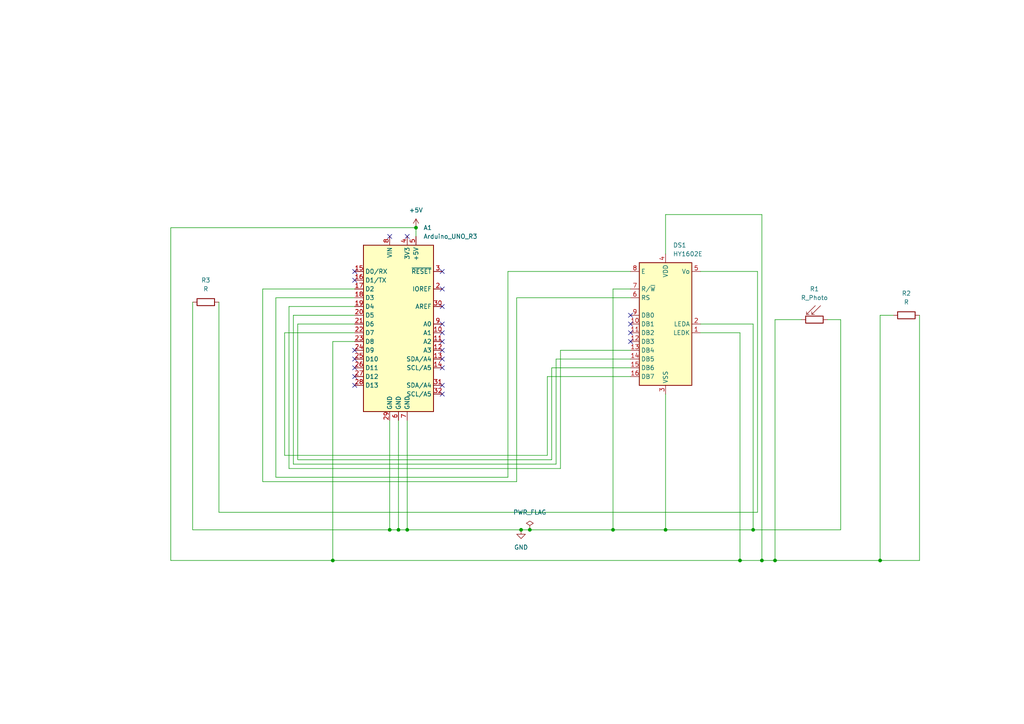
<source format=kicad_sch>
(kicad_sch
	(version 20250114)
	(generator "eeschema")
	(generator_version "9.0")
	(uuid "c9ccdabd-fd25-43fe-a39e-35c1ac0569c5")
	(paper "A4")
	(lib_symbols
		(symbol "Device:R"
			(pin_numbers
				(hide yes)
			)
			(pin_names
				(offset 0)
			)
			(exclude_from_sim no)
			(in_bom yes)
			(on_board yes)
			(property "Reference" "R"
				(at 2.032 0 90)
				(effects
					(font
						(size 1.27 1.27)
					)
				)
			)
			(property "Value" "R"
				(at 0 0 90)
				(effects
					(font
						(size 1.27 1.27)
					)
				)
			)
			(property "Footprint" ""
				(at -1.778 0 90)
				(effects
					(font
						(size 1.27 1.27)
					)
					(hide yes)
				)
			)
			(property "Datasheet" "~"
				(at 0 0 0)
				(effects
					(font
						(size 1.27 1.27)
					)
					(hide yes)
				)
			)
			(property "Description" "Resistor"
				(at 0 0 0)
				(effects
					(font
						(size 1.27 1.27)
					)
					(hide yes)
				)
			)
			(property "ki_keywords" "R res resistor"
				(at 0 0 0)
				(effects
					(font
						(size 1.27 1.27)
					)
					(hide yes)
				)
			)
			(property "ki_fp_filters" "R_*"
				(at 0 0 0)
				(effects
					(font
						(size 1.27 1.27)
					)
					(hide yes)
				)
			)
			(symbol "R_0_1"
				(rectangle
					(start -1.016 -2.54)
					(end 1.016 2.54)
					(stroke
						(width 0.254)
						(type default)
					)
					(fill
						(type none)
					)
				)
			)
			(symbol "R_1_1"
				(pin passive line
					(at 0 3.81 270)
					(length 1.27)
					(name "~"
						(effects
							(font
								(size 1.27 1.27)
							)
						)
					)
					(number "1"
						(effects
							(font
								(size 1.27 1.27)
							)
						)
					)
				)
				(pin passive line
					(at 0 -3.81 90)
					(length 1.27)
					(name "~"
						(effects
							(font
								(size 1.27 1.27)
							)
						)
					)
					(number "2"
						(effects
							(font
								(size 1.27 1.27)
							)
						)
					)
				)
			)
			(embedded_fonts no)
		)
		(symbol "Device:R_Photo"
			(pin_numbers
				(hide yes)
			)
			(pin_names
				(offset 0)
			)
			(exclude_from_sim no)
			(in_bom yes)
			(on_board yes)
			(property "Reference" "R"
				(at 1.27 1.27 0)
				(effects
					(font
						(size 1.27 1.27)
					)
					(justify left)
				)
			)
			(property "Value" "R_Photo"
				(at 1.27 0 0)
				(effects
					(font
						(size 1.27 1.27)
					)
					(justify left top)
				)
			)
			(property "Footprint" ""
				(at 1.27 -6.35 90)
				(effects
					(font
						(size 1.27 1.27)
					)
					(justify left)
					(hide yes)
				)
			)
			(property "Datasheet" "~"
				(at 0 -1.27 0)
				(effects
					(font
						(size 1.27 1.27)
					)
					(hide yes)
				)
			)
			(property "Description" "Photoresistor"
				(at 0 0 0)
				(effects
					(font
						(size 1.27 1.27)
					)
					(hide yes)
				)
			)
			(property "ki_keywords" "resistor variable light sensitive opto LDR"
				(at 0 0 0)
				(effects
					(font
						(size 1.27 1.27)
					)
					(hide yes)
				)
			)
			(property "ki_fp_filters" "*LDR* R?LDR*"
				(at 0 0 0)
				(effects
					(font
						(size 1.27 1.27)
					)
					(hide yes)
				)
			)
			(symbol "R_Photo_0_1"
				(polyline
					(pts
						(xy -1.524 -0.762) (xy -4.064 1.778)
					)
					(stroke
						(width 0)
						(type default)
					)
					(fill
						(type none)
					)
				)
				(polyline
					(pts
						(xy -1.524 -0.762) (xy -2.286 -0.762)
					)
					(stroke
						(width 0)
						(type default)
					)
					(fill
						(type none)
					)
				)
				(polyline
					(pts
						(xy -1.524 -0.762) (xy -1.524 0)
					)
					(stroke
						(width 0)
						(type default)
					)
					(fill
						(type none)
					)
				)
				(polyline
					(pts
						(xy -1.524 -2.286) (xy -4.064 0.254)
					)
					(stroke
						(width 0)
						(type default)
					)
					(fill
						(type none)
					)
				)
				(polyline
					(pts
						(xy -1.524 -2.286) (xy -2.286 -2.286)
					)
					(stroke
						(width 0)
						(type default)
					)
					(fill
						(type none)
					)
				)
				(polyline
					(pts
						(xy -1.524 -2.286) (xy -1.524 -1.524)
					)
					(stroke
						(width 0)
						(type default)
					)
					(fill
						(type none)
					)
				)
				(rectangle
					(start -1.016 2.54)
					(end 1.016 -2.54)
					(stroke
						(width 0.254)
						(type default)
					)
					(fill
						(type none)
					)
				)
			)
			(symbol "R_Photo_1_1"
				(pin passive line
					(at 0 3.81 270)
					(length 1.27)
					(name "~"
						(effects
							(font
								(size 1.27 1.27)
							)
						)
					)
					(number "1"
						(effects
							(font
								(size 1.27 1.27)
							)
						)
					)
				)
				(pin passive line
					(at 0 -3.81 90)
					(length 1.27)
					(name "~"
						(effects
							(font
								(size 1.27 1.27)
							)
						)
					)
					(number "2"
						(effects
							(font
								(size 1.27 1.27)
							)
						)
					)
				)
			)
			(embedded_fonts no)
		)
		(symbol "Display_Character:HY1602E"
			(exclude_from_sim no)
			(in_bom yes)
			(on_board yes)
			(property "Reference" "DS"
				(at -6.096 19.05 0)
				(effects
					(font
						(size 1.27 1.27)
					)
				)
			)
			(property "Value" "HY1602E"
				(at 5.08 19.05 0)
				(effects
					(font
						(size 1.27 1.27)
					)
				)
			)
			(property "Footprint" "Display:HY1602E"
				(at 0 -22.86 0)
				(effects
					(font
						(size 1.27 1.27)
						(italic yes)
					)
					(hide yes)
				)
			)
			(property "Datasheet" "http://www.icbank.com/data/ICBShop/board/HY1602E.pdf"
				(at 5.08 2.54 0)
				(effects
					(font
						(size 1.27 1.27)
					)
					(hide yes)
				)
			)
			(property "Description" "LCD 16x2 Alphanumeric 16pin Blue/Yellow/Green Backlight, 8bit parallel, 5V VDD"
				(at 0 0 0)
				(effects
					(font
						(size 1.27 1.27)
					)
					(hide yes)
				)
			)
			(property "ki_keywords" "display LCD 7-segment"
				(at 0 0 0)
				(effects
					(font
						(size 1.27 1.27)
					)
					(hide yes)
				)
			)
			(property "ki_fp_filters" "*HY1602E*"
				(at 0 0 0)
				(effects
					(font
						(size 1.27 1.27)
					)
					(hide yes)
				)
			)
			(symbol "HY1602E_0_1"
				(rectangle
					(start -7.62 17.78)
					(end 7.62 -17.78)
					(stroke
						(width 0.254)
						(type default)
					)
					(fill
						(type background)
					)
				)
			)
			(symbol "HY1602E_1_1"
				(pin input line
					(at -10.16 15.24 0)
					(length 2.54)
					(name "E"
						(effects
							(font
								(size 1.27 1.27)
							)
						)
					)
					(number "8"
						(effects
							(font
								(size 1.27 1.27)
							)
						)
					)
				)
				(pin input line
					(at -10.16 10.16 0)
					(length 2.54)
					(name "R/~{W}"
						(effects
							(font
								(size 1.27 1.27)
							)
						)
					)
					(number "7"
						(effects
							(font
								(size 1.27 1.27)
							)
						)
					)
				)
				(pin input line
					(at -10.16 7.62 0)
					(length 2.54)
					(name "RS"
						(effects
							(font
								(size 1.27 1.27)
							)
						)
					)
					(number "6"
						(effects
							(font
								(size 1.27 1.27)
							)
						)
					)
				)
				(pin bidirectional line
					(at -10.16 2.54 0)
					(length 2.54)
					(name "DB0"
						(effects
							(font
								(size 1.27 1.27)
							)
						)
					)
					(number "9"
						(effects
							(font
								(size 1.27 1.27)
							)
						)
					)
				)
				(pin bidirectional line
					(at -10.16 0 0)
					(length 2.54)
					(name "DB1"
						(effects
							(font
								(size 1.27 1.27)
							)
						)
					)
					(number "10"
						(effects
							(font
								(size 1.27 1.27)
							)
						)
					)
				)
				(pin bidirectional line
					(at -10.16 -2.54 0)
					(length 2.54)
					(name "DB2"
						(effects
							(font
								(size 1.27 1.27)
							)
						)
					)
					(number "11"
						(effects
							(font
								(size 1.27 1.27)
							)
						)
					)
				)
				(pin bidirectional line
					(at -10.16 -5.08 0)
					(length 2.54)
					(name "DB3"
						(effects
							(font
								(size 1.27 1.27)
							)
						)
					)
					(number "12"
						(effects
							(font
								(size 1.27 1.27)
							)
						)
					)
				)
				(pin bidirectional line
					(at -10.16 -7.62 0)
					(length 2.54)
					(name "DB4"
						(effects
							(font
								(size 1.27 1.27)
							)
						)
					)
					(number "13"
						(effects
							(font
								(size 1.27 1.27)
							)
						)
					)
				)
				(pin bidirectional line
					(at -10.16 -10.16 0)
					(length 2.54)
					(name "DB5"
						(effects
							(font
								(size 1.27 1.27)
							)
						)
					)
					(number "14"
						(effects
							(font
								(size 1.27 1.27)
							)
						)
					)
				)
				(pin bidirectional line
					(at -10.16 -12.7 0)
					(length 2.54)
					(name "DB6"
						(effects
							(font
								(size 1.27 1.27)
							)
						)
					)
					(number "15"
						(effects
							(font
								(size 1.27 1.27)
							)
						)
					)
				)
				(pin bidirectional line
					(at -10.16 -15.24 0)
					(length 2.54)
					(name "DB7"
						(effects
							(font
								(size 1.27 1.27)
							)
						)
					)
					(number "16"
						(effects
							(font
								(size 1.27 1.27)
							)
						)
					)
				)
				(pin power_in line
					(at 0 20.32 270)
					(length 2.54)
					(name "VDD"
						(effects
							(font
								(size 1.27 1.27)
							)
						)
					)
					(number "4"
						(effects
							(font
								(size 1.27 1.27)
							)
						)
					)
				)
				(pin power_in line
					(at 0 -20.32 90)
					(length 2.54)
					(name "VSS"
						(effects
							(font
								(size 1.27 1.27)
							)
						)
					)
					(number "3"
						(effects
							(font
								(size 1.27 1.27)
							)
						)
					)
				)
				(pin input line
					(at 10.16 15.24 180)
					(length 2.54)
					(name "Vo"
						(effects
							(font
								(size 1.27 1.27)
							)
						)
					)
					(number "5"
						(effects
							(font
								(size 1.27 1.27)
							)
						)
					)
				)
				(pin passive line
					(at 10.16 0 180)
					(length 2.54)
					(name "LEDA"
						(effects
							(font
								(size 1.27 1.27)
							)
						)
					)
					(number "2"
						(effects
							(font
								(size 1.27 1.27)
							)
						)
					)
				)
				(pin passive line
					(at 10.16 -2.54 180)
					(length 2.54)
					(name "LEDK"
						(effects
							(font
								(size 1.27 1.27)
							)
						)
					)
					(number "1"
						(effects
							(font
								(size 1.27 1.27)
							)
						)
					)
				)
			)
			(embedded_fonts no)
		)
		(symbol "MCU_Module:Arduino_UNO_R3"
			(exclude_from_sim no)
			(in_bom yes)
			(on_board yes)
			(property "Reference" "A"
				(at -10.16 23.495 0)
				(effects
					(font
						(size 1.27 1.27)
					)
					(justify left bottom)
				)
			)
			(property "Value" "Arduino_UNO_R3"
				(at 5.08 -26.67 0)
				(effects
					(font
						(size 1.27 1.27)
					)
					(justify left top)
				)
			)
			(property "Footprint" "Module:Arduino_UNO_R3"
				(at 0 0 0)
				(effects
					(font
						(size 1.27 1.27)
						(italic yes)
					)
					(hide yes)
				)
			)
			(property "Datasheet" "https://www.arduino.cc/en/Main/arduinoBoardUno"
				(at 0 0 0)
				(effects
					(font
						(size 1.27 1.27)
					)
					(hide yes)
				)
			)
			(property "Description" "Arduino UNO Microcontroller Module, release 3"
				(at 0 0 0)
				(effects
					(font
						(size 1.27 1.27)
					)
					(hide yes)
				)
			)
			(property "ki_keywords" "Arduino UNO R3 Microcontroller Module Atmel AVR USB"
				(at 0 0 0)
				(effects
					(font
						(size 1.27 1.27)
					)
					(hide yes)
				)
			)
			(property "ki_fp_filters" "Arduino*UNO*R3*"
				(at 0 0 0)
				(effects
					(font
						(size 1.27 1.27)
					)
					(hide yes)
				)
			)
			(symbol "Arduino_UNO_R3_0_1"
				(rectangle
					(start -10.16 22.86)
					(end 10.16 -25.4)
					(stroke
						(width 0.254)
						(type default)
					)
					(fill
						(type background)
					)
				)
			)
			(symbol "Arduino_UNO_R3_1_1"
				(pin bidirectional line
					(at -12.7 15.24 0)
					(length 2.54)
					(name "D0/RX"
						(effects
							(font
								(size 1.27 1.27)
							)
						)
					)
					(number "15"
						(effects
							(font
								(size 1.27 1.27)
							)
						)
					)
				)
				(pin bidirectional line
					(at -12.7 12.7 0)
					(length 2.54)
					(name "D1/TX"
						(effects
							(font
								(size 1.27 1.27)
							)
						)
					)
					(number "16"
						(effects
							(font
								(size 1.27 1.27)
							)
						)
					)
				)
				(pin bidirectional line
					(at -12.7 10.16 0)
					(length 2.54)
					(name "D2"
						(effects
							(font
								(size 1.27 1.27)
							)
						)
					)
					(number "17"
						(effects
							(font
								(size 1.27 1.27)
							)
						)
					)
				)
				(pin bidirectional line
					(at -12.7 7.62 0)
					(length 2.54)
					(name "D3"
						(effects
							(font
								(size 1.27 1.27)
							)
						)
					)
					(number "18"
						(effects
							(font
								(size 1.27 1.27)
							)
						)
					)
				)
				(pin bidirectional line
					(at -12.7 5.08 0)
					(length 2.54)
					(name "D4"
						(effects
							(font
								(size 1.27 1.27)
							)
						)
					)
					(number "19"
						(effects
							(font
								(size 1.27 1.27)
							)
						)
					)
				)
				(pin bidirectional line
					(at -12.7 2.54 0)
					(length 2.54)
					(name "D5"
						(effects
							(font
								(size 1.27 1.27)
							)
						)
					)
					(number "20"
						(effects
							(font
								(size 1.27 1.27)
							)
						)
					)
				)
				(pin bidirectional line
					(at -12.7 0 0)
					(length 2.54)
					(name "D6"
						(effects
							(font
								(size 1.27 1.27)
							)
						)
					)
					(number "21"
						(effects
							(font
								(size 1.27 1.27)
							)
						)
					)
				)
				(pin bidirectional line
					(at -12.7 -2.54 0)
					(length 2.54)
					(name "D7"
						(effects
							(font
								(size 1.27 1.27)
							)
						)
					)
					(number "22"
						(effects
							(font
								(size 1.27 1.27)
							)
						)
					)
				)
				(pin bidirectional line
					(at -12.7 -5.08 0)
					(length 2.54)
					(name "D8"
						(effects
							(font
								(size 1.27 1.27)
							)
						)
					)
					(number "23"
						(effects
							(font
								(size 1.27 1.27)
							)
						)
					)
				)
				(pin bidirectional line
					(at -12.7 -7.62 0)
					(length 2.54)
					(name "D9"
						(effects
							(font
								(size 1.27 1.27)
							)
						)
					)
					(number "24"
						(effects
							(font
								(size 1.27 1.27)
							)
						)
					)
				)
				(pin bidirectional line
					(at -12.7 -10.16 0)
					(length 2.54)
					(name "D10"
						(effects
							(font
								(size 1.27 1.27)
							)
						)
					)
					(number "25"
						(effects
							(font
								(size 1.27 1.27)
							)
						)
					)
				)
				(pin bidirectional line
					(at -12.7 -12.7 0)
					(length 2.54)
					(name "D11"
						(effects
							(font
								(size 1.27 1.27)
							)
						)
					)
					(number "26"
						(effects
							(font
								(size 1.27 1.27)
							)
						)
					)
				)
				(pin bidirectional line
					(at -12.7 -15.24 0)
					(length 2.54)
					(name "D12"
						(effects
							(font
								(size 1.27 1.27)
							)
						)
					)
					(number "27"
						(effects
							(font
								(size 1.27 1.27)
							)
						)
					)
				)
				(pin bidirectional line
					(at -12.7 -17.78 0)
					(length 2.54)
					(name "D13"
						(effects
							(font
								(size 1.27 1.27)
							)
						)
					)
					(number "28"
						(effects
							(font
								(size 1.27 1.27)
							)
						)
					)
				)
				(pin no_connect line
					(at -10.16 -20.32 0)
					(length 2.54)
					(hide yes)
					(name "NC"
						(effects
							(font
								(size 1.27 1.27)
							)
						)
					)
					(number "1"
						(effects
							(font
								(size 1.27 1.27)
							)
						)
					)
				)
				(pin power_in line
					(at -2.54 25.4 270)
					(length 2.54)
					(name "VIN"
						(effects
							(font
								(size 1.27 1.27)
							)
						)
					)
					(number "8"
						(effects
							(font
								(size 1.27 1.27)
							)
						)
					)
				)
				(pin power_in line
					(at -2.54 -27.94 90)
					(length 2.54)
					(name "GND"
						(effects
							(font
								(size 1.27 1.27)
							)
						)
					)
					(number "29"
						(effects
							(font
								(size 1.27 1.27)
							)
						)
					)
				)
				(pin power_in line
					(at 0 -27.94 90)
					(length 2.54)
					(name "GND"
						(effects
							(font
								(size 1.27 1.27)
							)
						)
					)
					(number "6"
						(effects
							(font
								(size 1.27 1.27)
							)
						)
					)
				)
				(pin power_out line
					(at 2.54 25.4 270)
					(length 2.54)
					(name "3V3"
						(effects
							(font
								(size 1.27 1.27)
							)
						)
					)
					(number "4"
						(effects
							(font
								(size 1.27 1.27)
							)
						)
					)
				)
				(pin power_in line
					(at 2.54 -27.94 90)
					(length 2.54)
					(name "GND"
						(effects
							(font
								(size 1.27 1.27)
							)
						)
					)
					(number "7"
						(effects
							(font
								(size 1.27 1.27)
							)
						)
					)
				)
				(pin power_out line
					(at 5.08 25.4 270)
					(length 2.54)
					(name "+5V"
						(effects
							(font
								(size 1.27 1.27)
							)
						)
					)
					(number "5"
						(effects
							(font
								(size 1.27 1.27)
							)
						)
					)
				)
				(pin input line
					(at 12.7 15.24 180)
					(length 2.54)
					(name "~{RESET}"
						(effects
							(font
								(size 1.27 1.27)
							)
						)
					)
					(number "3"
						(effects
							(font
								(size 1.27 1.27)
							)
						)
					)
				)
				(pin output line
					(at 12.7 10.16 180)
					(length 2.54)
					(name "IOREF"
						(effects
							(font
								(size 1.27 1.27)
							)
						)
					)
					(number "2"
						(effects
							(font
								(size 1.27 1.27)
							)
						)
					)
				)
				(pin input line
					(at 12.7 5.08 180)
					(length 2.54)
					(name "AREF"
						(effects
							(font
								(size 1.27 1.27)
							)
						)
					)
					(number "30"
						(effects
							(font
								(size 1.27 1.27)
							)
						)
					)
				)
				(pin bidirectional line
					(at 12.7 0 180)
					(length 2.54)
					(name "A0"
						(effects
							(font
								(size 1.27 1.27)
							)
						)
					)
					(number "9"
						(effects
							(font
								(size 1.27 1.27)
							)
						)
					)
				)
				(pin bidirectional line
					(at 12.7 -2.54 180)
					(length 2.54)
					(name "A1"
						(effects
							(font
								(size 1.27 1.27)
							)
						)
					)
					(number "10"
						(effects
							(font
								(size 1.27 1.27)
							)
						)
					)
				)
				(pin bidirectional line
					(at 12.7 -5.08 180)
					(length 2.54)
					(name "A2"
						(effects
							(font
								(size 1.27 1.27)
							)
						)
					)
					(number "11"
						(effects
							(font
								(size 1.27 1.27)
							)
						)
					)
				)
				(pin bidirectional line
					(at 12.7 -7.62 180)
					(length 2.54)
					(name "A3"
						(effects
							(font
								(size 1.27 1.27)
							)
						)
					)
					(number "12"
						(effects
							(font
								(size 1.27 1.27)
							)
						)
					)
				)
				(pin bidirectional line
					(at 12.7 -10.16 180)
					(length 2.54)
					(name "SDA/A4"
						(effects
							(font
								(size 1.27 1.27)
							)
						)
					)
					(number "13"
						(effects
							(font
								(size 1.27 1.27)
							)
						)
					)
				)
				(pin bidirectional line
					(at 12.7 -12.7 180)
					(length 2.54)
					(name "SCL/A5"
						(effects
							(font
								(size 1.27 1.27)
							)
						)
					)
					(number "14"
						(effects
							(font
								(size 1.27 1.27)
							)
						)
					)
				)
				(pin bidirectional line
					(at 12.7 -17.78 180)
					(length 2.54)
					(name "SDA/A4"
						(effects
							(font
								(size 1.27 1.27)
							)
						)
					)
					(number "31"
						(effects
							(font
								(size 1.27 1.27)
							)
						)
					)
				)
				(pin bidirectional line
					(at 12.7 -20.32 180)
					(length 2.54)
					(name "SCL/A5"
						(effects
							(font
								(size 1.27 1.27)
							)
						)
					)
					(number "32"
						(effects
							(font
								(size 1.27 1.27)
							)
						)
					)
				)
			)
			(embedded_fonts no)
		)
		(symbol "power:+5V"
			(power)
			(pin_numbers
				(hide yes)
			)
			(pin_names
				(offset 0)
				(hide yes)
			)
			(exclude_from_sim no)
			(in_bom yes)
			(on_board yes)
			(property "Reference" "#PWR"
				(at 0 -3.81 0)
				(effects
					(font
						(size 1.27 1.27)
					)
					(hide yes)
				)
			)
			(property "Value" "+5V"
				(at 0 3.556 0)
				(effects
					(font
						(size 1.27 1.27)
					)
				)
			)
			(property "Footprint" ""
				(at 0 0 0)
				(effects
					(font
						(size 1.27 1.27)
					)
					(hide yes)
				)
			)
			(property "Datasheet" ""
				(at 0 0 0)
				(effects
					(font
						(size 1.27 1.27)
					)
					(hide yes)
				)
			)
			(property "Description" "Power symbol creates a global label with name \"+5V\""
				(at 0 0 0)
				(effects
					(font
						(size 1.27 1.27)
					)
					(hide yes)
				)
			)
			(property "ki_keywords" "global power"
				(at 0 0 0)
				(effects
					(font
						(size 1.27 1.27)
					)
					(hide yes)
				)
			)
			(symbol "+5V_0_1"
				(polyline
					(pts
						(xy -0.762 1.27) (xy 0 2.54)
					)
					(stroke
						(width 0)
						(type default)
					)
					(fill
						(type none)
					)
				)
				(polyline
					(pts
						(xy 0 2.54) (xy 0.762 1.27)
					)
					(stroke
						(width 0)
						(type default)
					)
					(fill
						(type none)
					)
				)
				(polyline
					(pts
						(xy 0 0) (xy 0 2.54)
					)
					(stroke
						(width 0)
						(type default)
					)
					(fill
						(type none)
					)
				)
			)
			(symbol "+5V_1_1"
				(pin power_in line
					(at 0 0 90)
					(length 0)
					(name "~"
						(effects
							(font
								(size 1.27 1.27)
							)
						)
					)
					(number "1"
						(effects
							(font
								(size 1.27 1.27)
							)
						)
					)
				)
			)
			(embedded_fonts no)
		)
		(symbol "power:GND"
			(power)
			(pin_numbers
				(hide yes)
			)
			(pin_names
				(offset 0)
				(hide yes)
			)
			(exclude_from_sim no)
			(in_bom yes)
			(on_board yes)
			(property "Reference" "#PWR"
				(at 0 -6.35 0)
				(effects
					(font
						(size 1.27 1.27)
					)
					(hide yes)
				)
			)
			(property "Value" "GND"
				(at 0 -3.81 0)
				(effects
					(font
						(size 1.27 1.27)
					)
				)
			)
			(property "Footprint" ""
				(at 0 0 0)
				(effects
					(font
						(size 1.27 1.27)
					)
					(hide yes)
				)
			)
			(property "Datasheet" ""
				(at 0 0 0)
				(effects
					(font
						(size 1.27 1.27)
					)
					(hide yes)
				)
			)
			(property "Description" "Power symbol creates a global label with name \"GND\" , ground"
				(at 0 0 0)
				(effects
					(font
						(size 1.27 1.27)
					)
					(hide yes)
				)
			)
			(property "ki_keywords" "global power"
				(at 0 0 0)
				(effects
					(font
						(size 1.27 1.27)
					)
					(hide yes)
				)
			)
			(symbol "GND_0_1"
				(polyline
					(pts
						(xy 0 0) (xy 0 -1.27) (xy 1.27 -1.27) (xy 0 -2.54) (xy -1.27 -1.27) (xy 0 -1.27)
					)
					(stroke
						(width 0)
						(type default)
					)
					(fill
						(type none)
					)
				)
			)
			(symbol "GND_1_1"
				(pin power_in line
					(at 0 0 270)
					(length 0)
					(name "~"
						(effects
							(font
								(size 1.27 1.27)
							)
						)
					)
					(number "1"
						(effects
							(font
								(size 1.27 1.27)
							)
						)
					)
				)
			)
			(embedded_fonts no)
		)
		(symbol "power:PWR_FLAG"
			(power)
			(pin_numbers
				(hide yes)
			)
			(pin_names
				(offset 0)
				(hide yes)
			)
			(exclude_from_sim no)
			(in_bom yes)
			(on_board yes)
			(property "Reference" "#FLG"
				(at 0 1.905 0)
				(effects
					(font
						(size 1.27 1.27)
					)
					(hide yes)
				)
			)
			(property "Value" "PWR_FLAG"
				(at 0 3.81 0)
				(effects
					(font
						(size 1.27 1.27)
					)
				)
			)
			(property "Footprint" ""
				(at 0 0 0)
				(effects
					(font
						(size 1.27 1.27)
					)
					(hide yes)
				)
			)
			(property "Datasheet" "~"
				(at 0 0 0)
				(effects
					(font
						(size 1.27 1.27)
					)
					(hide yes)
				)
			)
			(property "Description" "Special symbol for telling ERC where power comes from"
				(at 0 0 0)
				(effects
					(font
						(size 1.27 1.27)
					)
					(hide yes)
				)
			)
			(property "ki_keywords" "flag power"
				(at 0 0 0)
				(effects
					(font
						(size 1.27 1.27)
					)
					(hide yes)
				)
			)
			(symbol "PWR_FLAG_0_0"
				(pin power_out line
					(at 0 0 90)
					(length 0)
					(name "~"
						(effects
							(font
								(size 1.27 1.27)
							)
						)
					)
					(number "1"
						(effects
							(font
								(size 1.27 1.27)
							)
						)
					)
				)
			)
			(symbol "PWR_FLAG_0_1"
				(polyline
					(pts
						(xy 0 0) (xy 0 1.27) (xy -1.016 1.905) (xy 0 2.54) (xy 1.016 1.905) (xy 0 1.27)
					)
					(stroke
						(width 0)
						(type default)
					)
					(fill
						(type none)
					)
				)
			)
			(embedded_fonts no)
		)
	)
	(junction
		(at 118.11 153.67)
		(diameter 0)
		(color 0 0 0 0)
		(uuid "01642962-c2e4-4dfe-8002-b2b311002420")
	)
	(junction
		(at 224.79 162.56)
		(diameter 0)
		(color 0 0 0 0)
		(uuid "19732721-bc20-4da8-838b-cc88347717c5")
	)
	(junction
		(at 96.52 162.56)
		(diameter 0)
		(color 0 0 0 0)
		(uuid "1b76d5bc-9247-477c-a55d-291b53aa6541")
	)
	(junction
		(at 151.13 153.67)
		(diameter 0)
		(color 0 0 0 0)
		(uuid "1c59660e-30dc-4575-8951-5ee5a0def62f")
	)
	(junction
		(at 177.8 153.67)
		(diameter 0)
		(color 0 0 0 0)
		(uuid "1e1e1cb4-b9bd-441e-a425-55305b43c3b4")
	)
	(junction
		(at 113.03 153.67)
		(diameter 0)
		(color 0 0 0 0)
		(uuid "4a094adb-54b9-408c-9c0b-3a9c04b9a23e")
	)
	(junction
		(at 220.98 162.56)
		(diameter 0)
		(color 0 0 0 0)
		(uuid "5b3b1e96-5b8e-419f-bb20-c5e62bceb98d")
	)
	(junction
		(at 115.57 153.67)
		(diameter 0)
		(color 0 0 0 0)
		(uuid "7dbbc456-1ad2-486f-8ada-9b16ec8aa316")
	)
	(junction
		(at 193.04 153.67)
		(diameter 0)
		(color 0 0 0 0)
		(uuid "89618067-229e-43f5-9862-42f1405c4662")
	)
	(junction
		(at 255.27 162.56)
		(diameter 0)
		(color 0 0 0 0)
		(uuid "a072396e-0aa3-4f4e-bcf4-48c048760f06")
	)
	(junction
		(at 214.63 162.56)
		(diameter 0)
		(color 0 0 0 0)
		(uuid "b20c6447-ae86-47a0-bdfa-7e9c5cad9f15")
	)
	(junction
		(at 153.67 153.67)
		(diameter 0)
		(color 0 0 0 0)
		(uuid "bde81516-2ff5-414f-b560-ab3570355408")
	)
	(junction
		(at 120.65 66.04)
		(diameter 0)
		(color 0 0 0 0)
		(uuid "df01b423-d693-430b-9f1b-f123e5e1d31b")
	)
	(junction
		(at 218.44 153.67)
		(diameter 0)
		(color 0 0 0 0)
		(uuid "ede3ac61-0a2c-4ec9-9b2c-70ec870b40e1")
	)
	(no_connect
		(at 128.27 88.9)
		(uuid "0bd21c2a-931c-4f74-b846-cebe39362608")
	)
	(no_connect
		(at 128.27 114.3)
		(uuid "13e1dea2-e3e5-493f-bde7-b4617540a028")
	)
	(no_connect
		(at 128.27 101.6)
		(uuid "234b4dd0-0886-4e26-a137-7f60c07df3b5")
	)
	(no_connect
		(at 182.88 99.06)
		(uuid "2c50ae39-81f4-4752-8913-58d1174daf4e")
	)
	(no_connect
		(at 182.88 96.52)
		(uuid "329e4549-b2ed-4b3d-b9be-7f38fa98807c")
	)
	(no_connect
		(at 102.87 106.68)
		(uuid "3909df95-20c3-494c-a26e-4a0e5f252869")
	)
	(no_connect
		(at 102.87 78.74)
		(uuid "4957ae3f-0b0f-44d9-9da8-dc707505df0d")
	)
	(no_connect
		(at 113.03 68.58)
		(uuid "5376c0c1-0ecf-4d23-bb40-b066f885cd87")
	)
	(no_connect
		(at 128.27 111.76)
		(uuid "537a25c6-fd38-4b2e-a305-6b9f78a7364c")
	)
	(no_connect
		(at 128.27 104.14)
		(uuid "77484a6c-e57f-4163-92ff-84caa37fcacc")
	)
	(no_connect
		(at 128.27 78.74)
		(uuid "820d63d0-1b63-475d-a2a2-c72f0aed4997")
	)
	(no_connect
		(at 102.87 81.28)
		(uuid "867d7817-221b-4bc6-9df5-4251583d8a6c")
	)
	(no_connect
		(at 118.11 68.58)
		(uuid "8b54d2e5-88ae-41bd-9e03-f37f29f83dbc")
	)
	(no_connect
		(at 182.88 91.44)
		(uuid "8f38b0bd-c10c-4363-9394-87528099af50")
	)
	(no_connect
		(at 128.27 99.06)
		(uuid "9e6d5c70-e6de-4d57-a410-7c20b5f23072")
	)
	(no_connect
		(at 102.87 104.14)
		(uuid "ad783ce3-892b-41f0-b7fb-a175060159a3")
	)
	(no_connect
		(at 182.88 93.98)
		(uuid "b16894af-abdc-4c23-96fd-89bdbc81ec39")
	)
	(no_connect
		(at 102.87 101.6)
		(uuid "cddb51ae-f6a1-442c-8ebd-296359f687dc")
	)
	(no_connect
		(at 102.87 109.22)
		(uuid "d5661553-d150-4670-9c39-462573e645d5")
	)
	(no_connect
		(at 128.27 93.98)
		(uuid "d9e153fa-af02-440a-bd7e-2bba51f47d5f")
	)
	(no_connect
		(at 102.87 111.76)
		(uuid "e02e087a-b19e-4991-af1f-362c36762a57")
	)
	(no_connect
		(at 128.27 96.52)
		(uuid "e37804a9-6746-4c7e-a0cc-809684fc3efc")
	)
	(no_connect
		(at 128.27 83.82)
		(uuid "ebeda424-df13-4d95-9e7f-8f3aa2673574")
	)
	(no_connect
		(at 128.27 106.68)
		(uuid "ed225a0a-3e91-4bcd-9209-f12364f3374f")
	)
	(wire
		(pts
			(xy 147.32 138.43) (xy 147.32 78.74)
		)
		(stroke
			(width 0)
			(type default)
		)
		(uuid "00597932-ee3f-4e43-a340-55b7e875d858")
	)
	(wire
		(pts
			(xy 115.57 153.67) (xy 113.03 153.67)
		)
		(stroke
			(width 0)
			(type default)
		)
		(uuid "09b11b2d-7902-4caa-b1e3-71e3b057e826")
	)
	(wire
		(pts
			(xy 120.65 66.04) (xy 120.65 68.58)
		)
		(stroke
			(width 0)
			(type default)
		)
		(uuid "0b856087-846d-4d4c-bca0-74a701d29b52")
	)
	(wire
		(pts
			(xy 219.71 78.74) (xy 203.2 78.74)
		)
		(stroke
			(width 0)
			(type default)
		)
		(uuid "0b8dd24e-a903-4cd7-984d-26e85eac5323")
	)
	(wire
		(pts
			(xy 102.87 86.36) (xy 80.01 86.36)
		)
		(stroke
			(width 0)
			(type default)
		)
		(uuid "0ec688d9-e013-4a1e-9086-d8a2feca9835")
	)
	(wire
		(pts
			(xy 158.75 109.22) (xy 158.75 132.08)
		)
		(stroke
			(width 0)
			(type default)
		)
		(uuid "1ca49eb3-2f15-4663-a42e-3e74dd366d4c")
	)
	(wire
		(pts
			(xy 118.11 153.67) (xy 115.57 153.67)
		)
		(stroke
			(width 0)
			(type default)
		)
		(uuid "1fee84fb-624c-45e5-b9bc-187e519356a4")
	)
	(wire
		(pts
			(xy 243.84 153.67) (xy 218.44 153.67)
		)
		(stroke
			(width 0)
			(type default)
		)
		(uuid "211d38bd-db18-48e9-aba2-c8b9888de7c5")
	)
	(wire
		(pts
			(xy 161.29 104.14) (xy 182.88 104.14)
		)
		(stroke
			(width 0)
			(type default)
		)
		(uuid "22a23ac7-d9b2-48da-bfa7-85ee661fe10c")
	)
	(wire
		(pts
			(xy 193.04 62.23) (xy 220.98 62.23)
		)
		(stroke
			(width 0)
			(type default)
		)
		(uuid "263a5173-ccf7-46fe-8076-33a9ef6c9a5c")
	)
	(wire
		(pts
			(xy 160.02 133.35) (xy 86.36 133.35)
		)
		(stroke
			(width 0)
			(type default)
		)
		(uuid "2d8c3d5c-ced6-42f4-8709-6fdfd9c5d9c5")
	)
	(wire
		(pts
			(xy 224.79 162.56) (xy 255.27 162.56)
		)
		(stroke
			(width 0)
			(type default)
		)
		(uuid "2e1b2e10-906c-4b35-918e-d38f70bbc98e")
	)
	(wire
		(pts
			(xy 158.75 132.08) (xy 82.55 132.08)
		)
		(stroke
			(width 0)
			(type default)
		)
		(uuid "2fdf8480-9ba8-45b4-a28a-32e0a380ac2a")
	)
	(wire
		(pts
			(xy 113.03 153.67) (xy 55.88 153.67)
		)
		(stroke
			(width 0)
			(type default)
		)
		(uuid "30997a79-e357-49d1-bb98-cefc0c12758b")
	)
	(wire
		(pts
			(xy 218.44 153.67) (xy 193.04 153.67)
		)
		(stroke
			(width 0)
			(type default)
		)
		(uuid "34c8714e-53c7-42b6-b87f-9522dea37a4b")
	)
	(wire
		(pts
			(xy 160.02 106.68) (xy 160.02 133.35)
		)
		(stroke
			(width 0)
			(type default)
		)
		(uuid "351b7498-f645-417e-be41-9932f939b242")
	)
	(wire
		(pts
			(xy 182.88 101.6) (xy 162.56 101.6)
		)
		(stroke
			(width 0)
			(type default)
		)
		(uuid "3a9d3b23-8624-449a-ad98-111875e79835")
	)
	(wire
		(pts
			(xy 85.09 134.62) (xy 161.29 134.62)
		)
		(stroke
			(width 0)
			(type default)
		)
		(uuid "3bc58e0f-c3c8-4c40-974a-809724a0ea8f")
	)
	(wire
		(pts
			(xy 49.53 162.56) (xy 96.52 162.56)
		)
		(stroke
			(width 0)
			(type default)
		)
		(uuid "3d7cde27-17db-4a29-8f12-62a175d1f53a")
	)
	(wire
		(pts
			(xy 102.87 99.06) (xy 96.52 99.06)
		)
		(stroke
			(width 0)
			(type default)
		)
		(uuid "3dcb324c-00df-4a21-96e8-178ebf6c00fc")
	)
	(wire
		(pts
			(xy 82.55 132.08) (xy 82.55 96.52)
		)
		(stroke
			(width 0)
			(type default)
		)
		(uuid "3dfe0c10-9e4a-4978-81ce-d2dcdf1be0a9")
	)
	(wire
		(pts
			(xy 243.84 92.71) (xy 243.84 153.67)
		)
		(stroke
			(width 0)
			(type default)
		)
		(uuid "46448e28-7f4e-4450-a285-ff12f3220636")
	)
	(wire
		(pts
			(xy 49.53 66.04) (xy 49.53 162.56)
		)
		(stroke
			(width 0)
			(type default)
		)
		(uuid "46d8d0bd-3a0a-48eb-a268-7c9c58de59b3")
	)
	(wire
		(pts
			(xy 85.09 91.44) (xy 102.87 91.44)
		)
		(stroke
			(width 0)
			(type default)
		)
		(uuid "4f5e3560-a0ea-4e9f-89f2-88d037344fb4")
	)
	(wire
		(pts
			(xy 162.56 135.89) (xy 83.82 135.89)
		)
		(stroke
			(width 0)
			(type default)
		)
		(uuid "4f6cb430-29e1-4437-a6cb-645786ecb86d")
	)
	(wire
		(pts
			(xy 118.11 121.92) (xy 118.11 153.67)
		)
		(stroke
			(width 0)
			(type default)
		)
		(uuid "515ed942-8182-46ed-8f19-4e7c224e5a7f")
	)
	(wire
		(pts
			(xy 162.56 101.6) (xy 162.56 135.89)
		)
		(stroke
			(width 0)
			(type default)
		)
		(uuid "553068db-921d-46d0-9635-a00e9f832a1f")
	)
	(wire
		(pts
			(xy 193.04 114.3) (xy 193.04 153.67)
		)
		(stroke
			(width 0)
			(type default)
		)
		(uuid "57aeb5d6-dbc8-4a18-86ef-0845d186e61d")
	)
	(wire
		(pts
			(xy 161.29 134.62) (xy 161.29 104.14)
		)
		(stroke
			(width 0)
			(type default)
		)
		(uuid "5c4679e4-58ef-4860-ac19-d141d064f70b")
	)
	(wire
		(pts
			(xy 149.86 86.36) (xy 182.88 86.36)
		)
		(stroke
			(width 0)
			(type default)
		)
		(uuid "5fbe7df7-8af4-4ec2-b276-49350c9374ab")
	)
	(wire
		(pts
			(xy 224.79 92.71) (xy 224.79 162.56)
		)
		(stroke
			(width 0)
			(type default)
		)
		(uuid "63c66774-e564-4343-944b-249284921a94")
	)
	(wire
		(pts
			(xy 220.98 62.23) (xy 220.98 162.56)
		)
		(stroke
			(width 0)
			(type default)
		)
		(uuid "69e3609e-0c7c-47d0-9ffb-7a069011bd58")
	)
	(wire
		(pts
			(xy 193.04 73.66) (xy 193.04 62.23)
		)
		(stroke
			(width 0)
			(type default)
		)
		(uuid "71879fb2-e403-4263-a2da-59852c317e15")
	)
	(wire
		(pts
			(xy 255.27 91.44) (xy 255.27 162.56)
		)
		(stroke
			(width 0)
			(type default)
		)
		(uuid "72c1ae94-dd20-4764-bc11-40670f7a7fe1")
	)
	(wire
		(pts
			(xy 232.41 92.71) (xy 224.79 92.71)
		)
		(stroke
			(width 0)
			(type default)
		)
		(uuid "72e39784-c522-41e4-a538-a9feeadc5aab")
	)
	(wire
		(pts
			(xy 76.2 83.82) (xy 102.87 83.82)
		)
		(stroke
			(width 0)
			(type default)
		)
		(uuid "74994150-4d47-4ad0-9a18-c78a35d0b3e9")
	)
	(wire
		(pts
			(xy 214.63 96.52) (xy 214.63 162.56)
		)
		(stroke
			(width 0)
			(type default)
		)
		(uuid "74fbb3ba-a63f-44dc-bd43-7435176d79a4")
	)
	(wire
		(pts
			(xy 182.88 109.22) (xy 158.75 109.22)
		)
		(stroke
			(width 0)
			(type default)
		)
		(uuid "79647f1e-0927-41d7-9f35-6c4a7552068c")
	)
	(wire
		(pts
			(xy 86.36 93.98) (xy 102.87 93.98)
		)
		(stroke
			(width 0)
			(type default)
		)
		(uuid "7f29a113-a8a5-4663-be49-064cc6d236c3")
	)
	(wire
		(pts
			(xy 120.65 66.04) (xy 49.53 66.04)
		)
		(stroke
			(width 0)
			(type default)
		)
		(uuid "829bacd9-aa79-43f4-b7ad-2e40c608988c")
	)
	(wire
		(pts
			(xy 218.44 93.98) (xy 218.44 153.67)
		)
		(stroke
			(width 0)
			(type default)
		)
		(uuid "8abf6164-85ce-44ba-bca8-c04ae9501f18")
	)
	(wire
		(pts
			(xy 118.11 153.67) (xy 151.13 153.67)
		)
		(stroke
			(width 0)
			(type default)
		)
		(uuid "90e452d3-7476-4981-8849-f2661b4531ad")
	)
	(wire
		(pts
			(xy 63.5 87.63) (xy 63.5 148.59)
		)
		(stroke
			(width 0)
			(type default)
		)
		(uuid "9a664115-55d7-4fd2-9633-7d959d6294cb")
	)
	(wire
		(pts
			(xy 115.57 121.92) (xy 115.57 153.67)
		)
		(stroke
			(width 0)
			(type default)
		)
		(uuid "9e8e0776-9319-4058-b85d-507e67937778")
	)
	(wire
		(pts
			(xy 83.82 135.89) (xy 83.82 88.9)
		)
		(stroke
			(width 0)
			(type default)
		)
		(uuid "9f8538ba-077d-4a38-9ac4-2ba8347c3e4d")
	)
	(wire
		(pts
			(xy 55.88 153.67) (xy 55.88 87.63)
		)
		(stroke
			(width 0)
			(type default)
		)
		(uuid "a10569fc-9be7-4d4b-9ce4-9336c52f59e7")
	)
	(wire
		(pts
			(xy 96.52 162.56) (xy 214.63 162.56)
		)
		(stroke
			(width 0)
			(type default)
		)
		(uuid "a53225a8-bed0-4a1c-b9d1-55936d8ced29")
	)
	(wire
		(pts
			(xy 83.82 88.9) (xy 102.87 88.9)
		)
		(stroke
			(width 0)
			(type default)
		)
		(uuid "b1263f1b-3d08-4a79-a504-7a4362787d12")
	)
	(wire
		(pts
			(xy 219.71 148.59) (xy 219.71 78.74)
		)
		(stroke
			(width 0)
			(type default)
		)
		(uuid "b57b499c-209c-471d-a3a8-cea81e158c22")
	)
	(wire
		(pts
			(xy 214.63 162.56) (xy 220.98 162.56)
		)
		(stroke
			(width 0)
			(type default)
		)
		(uuid "bd0b26bb-5338-459f-a093-5647ab2554d8")
	)
	(wire
		(pts
			(xy 80.01 86.36) (xy 80.01 138.43)
		)
		(stroke
			(width 0)
			(type default)
		)
		(uuid "be883a11-ea93-421f-8b0a-c7e5b4e7b440")
	)
	(wire
		(pts
			(xy 151.13 153.67) (xy 153.67 153.67)
		)
		(stroke
			(width 0)
			(type default)
		)
		(uuid "c2cd5053-a709-41fc-831b-b6a5655da9cf")
	)
	(wire
		(pts
			(xy 80.01 138.43) (xy 147.32 138.43)
		)
		(stroke
			(width 0)
			(type default)
		)
		(uuid "c309a58f-5939-451b-80de-ad39e1caa32a")
	)
	(wire
		(pts
			(xy 220.98 162.56) (xy 224.79 162.56)
		)
		(stroke
			(width 0)
			(type default)
		)
		(uuid "c5471cea-d068-4d3f-abc1-dc92b35abc3d")
	)
	(wire
		(pts
			(xy 147.32 78.74) (xy 182.88 78.74)
		)
		(stroke
			(width 0)
			(type default)
		)
		(uuid "cae7d1a6-7500-416d-81f4-aec111bda8f5")
	)
	(wire
		(pts
			(xy 203.2 96.52) (xy 214.63 96.52)
		)
		(stroke
			(width 0)
			(type default)
		)
		(uuid "cbc4e995-0aa0-47f0-9742-1118789aaf57")
	)
	(wire
		(pts
			(xy 177.8 153.67) (xy 153.67 153.67)
		)
		(stroke
			(width 0)
			(type default)
		)
		(uuid "d085a008-2af5-4f3c-ba65-4716a077009e")
	)
	(wire
		(pts
			(xy 82.55 96.52) (xy 102.87 96.52)
		)
		(stroke
			(width 0)
			(type default)
		)
		(uuid "d186bf01-03b3-4b2b-9a14-bad56e1cfd9d")
	)
	(wire
		(pts
			(xy 182.88 106.68) (xy 160.02 106.68)
		)
		(stroke
			(width 0)
			(type default)
		)
		(uuid "d19b4c29-5db1-41f9-aa5a-6adf856157c1")
	)
	(wire
		(pts
			(xy 193.04 153.67) (xy 177.8 153.67)
		)
		(stroke
			(width 0)
			(type default)
		)
		(uuid "d362708a-a25f-4c45-a847-ed6b4cd301ac")
	)
	(wire
		(pts
			(xy 266.7 162.56) (xy 266.7 91.44)
		)
		(stroke
			(width 0)
			(type default)
		)
		(uuid "d8d6a166-06f5-4903-bb55-d7916dd2a3ec")
	)
	(wire
		(pts
			(xy 182.88 83.82) (xy 177.8 83.82)
		)
		(stroke
			(width 0)
			(type default)
		)
		(uuid "e108e130-e34c-49c6-93fa-e7be21507de6")
	)
	(wire
		(pts
			(xy 203.2 93.98) (xy 218.44 93.98)
		)
		(stroke
			(width 0)
			(type default)
		)
		(uuid "e13a5e24-c4e2-43fa-b1f2-0601131342db")
	)
	(wire
		(pts
			(xy 240.03 92.71) (xy 243.84 92.71)
		)
		(stroke
			(width 0)
			(type default)
		)
		(uuid "e24e33f1-c92f-4d19-a6b9-e8a5584afd18")
	)
	(wire
		(pts
			(xy 63.5 148.59) (xy 219.71 148.59)
		)
		(stroke
			(width 0)
			(type default)
		)
		(uuid "e31a7343-9795-4b7c-9bc3-738a50fa8830")
	)
	(wire
		(pts
			(xy 76.2 139.7) (xy 76.2 83.82)
		)
		(stroke
			(width 0)
			(type default)
		)
		(uuid "e7e428c9-f57f-4efb-94c1-08ec8bcf2aae")
	)
	(wire
		(pts
			(xy 149.86 86.36) (xy 149.86 139.7)
		)
		(stroke
			(width 0)
			(type default)
		)
		(uuid "e9764694-ef77-44eb-8731-af87f8b611bd")
	)
	(wire
		(pts
			(xy 85.09 91.44) (xy 85.09 134.62)
		)
		(stroke
			(width 0)
			(type default)
		)
		(uuid "e998e114-3543-401b-b2bf-cf550e6f3c3b")
	)
	(wire
		(pts
			(xy 96.52 99.06) (xy 96.52 162.56)
		)
		(stroke
			(width 0)
			(type default)
		)
		(uuid "eab9dc7a-422d-4047-bff3-729cd3c910d5")
	)
	(wire
		(pts
			(xy 177.8 83.82) (xy 177.8 153.67)
		)
		(stroke
			(width 0)
			(type default)
		)
		(uuid "ec8cae1d-bf3f-4c0d-94cf-eb60a84b9890")
	)
	(wire
		(pts
			(xy 149.86 139.7) (xy 76.2 139.7)
		)
		(stroke
			(width 0)
			(type default)
		)
		(uuid "ed925bb4-118e-412b-8aca-5a7fb442f984")
	)
	(wire
		(pts
			(xy 86.36 133.35) (xy 86.36 93.98)
		)
		(stroke
			(width 0)
			(type default)
		)
		(uuid "f8c1cee6-735c-43aa-9be6-d4f264af46ae")
	)
	(wire
		(pts
			(xy 259.08 91.44) (xy 255.27 91.44)
		)
		(stroke
			(width 0)
			(type default)
		)
		(uuid "f987aa54-07c8-4d88-aa51-0505ca7e8415")
	)
	(wire
		(pts
			(xy 255.27 162.56) (xy 266.7 162.56)
		)
		(stroke
			(width 0)
			(type default)
		)
		(uuid "fa044eec-5b68-4359-b905-352bb17ba3e0")
	)
	(wire
		(pts
			(xy 113.03 121.92) (xy 113.03 153.67)
		)
		(stroke
			(width 0)
			(type default)
		)
		(uuid "faccc172-289b-4026-812e-e6fa1bf6e931")
	)
	(symbol
		(lib_id "Device:R")
		(at 262.89 91.44 90)
		(unit 1)
		(exclude_from_sim no)
		(in_bom yes)
		(on_board yes)
		(dnp no)
		(fields_autoplaced yes)
		(uuid "26cc36ef-bf81-4866-ab7c-562f9eb2b1c0")
		(property "Reference" "R2"
			(at 262.89 85.09 90)
			(effects
				(font
					(size 1.27 1.27)
				)
			)
		)
		(property "Value" "R"
			(at 262.89 87.63 90)
			(effects
				(font
					(size 1.27 1.27)
				)
			)
		)
		(property "Footprint" "Resistor_SMD:R_0805_2012Metric_Pad1.20x1.40mm_HandSolder"
			(at 262.89 93.218 90)
			(effects
				(font
					(size 1.27 1.27)
				)
				(hide yes)
			)
		)
		(property "Datasheet" "~"
			(at 262.89 91.44 0)
			(effects
				(font
					(size 1.27 1.27)
				)
				(hide yes)
			)
		)
		(property "Description" "Resistor"
			(at 262.89 91.44 0)
			(effects
				(font
					(size 1.27 1.27)
				)
				(hide yes)
			)
		)
		(property "Sim.Pins" ""
			(at 262.89 91.44 0)
			(effects
				(font
					(size 1.27 1.27)
				)
			)
		)
		(pin "2"
			(uuid "8dbd13aa-dd84-4834-be8b-6d1360c41ea4")
		)
		(pin "1"
			(uuid "8523bf55-dbc1-4313-860f-fc8a84cf94b8")
		)
		(instances
			(project ""
				(path "/c9ccdabd-fd25-43fe-a39e-35c1ac0569c5"
					(reference "R2")
					(unit 1)
				)
			)
		)
	)
	(symbol
		(lib_id "Display_Character:HY1602E")
		(at 193.04 93.98 0)
		(unit 1)
		(exclude_from_sim no)
		(in_bom yes)
		(on_board yes)
		(dnp no)
		(fields_autoplaced yes)
		(uuid "32c43562-133a-4770-a7e4-b5403017eae7")
		(property "Reference" "DS1"
			(at 195.1833 71.12 0)
			(effects
				(font
					(size 1.27 1.27)
				)
				(justify left)
			)
		)
		(property "Value" "HY1602E"
			(at 195.1833 73.66 0)
			(effects
				(font
					(size 1.27 1.27)
				)
				(justify left)
			)
		)
		(property "Footprint" "Display:HY1602E"
			(at 193.04 116.84 0)
			(effects
				(font
					(size 1.27 1.27)
					(italic yes)
				)
				(hide yes)
			)
		)
		(property "Datasheet" "http://www.icbank.com/data/ICBShop/board/HY1602E.pdf"
			(at 198.12 91.44 0)
			(effects
				(font
					(size 1.27 1.27)
				)
				(hide yes)
			)
		)
		(property "Description" "LCD 16x2 Alphanumeric 16pin Blue/Yellow/Green Backlight, 8bit parallel, 5V VDD"
			(at 193.04 93.98 0)
			(effects
				(font
					(size 1.27 1.27)
				)
				(hide yes)
			)
		)
		(property "Sim.Pins" ""
			(at 193.04 93.98 0)
			(effects
				(font
					(size 1.27 1.27)
				)
			)
		)
		(pin "3"
			(uuid "28c5378a-facb-4f3a-a3e7-5f0d80553670")
		)
		(pin "11"
			(uuid "8921061d-a20b-466b-9eab-f4f76715c9cc")
		)
		(pin "10"
			(uuid "70f60b0d-5f3b-4afc-a0a3-d5567418e73a")
		)
		(pin "12"
			(uuid "ab74a443-7523-4ce1-97bf-6222e0b5237e")
		)
		(pin "1"
			(uuid "029f1c4b-d192-4fb1-acdd-e058c169e065")
		)
		(pin "2"
			(uuid "f9c5ce34-6803-47bb-8ab0-a36888805313")
		)
		(pin "6"
			(uuid "d9975a5c-2898-4415-bbde-fda580d8d751")
		)
		(pin "16"
			(uuid "c9d12594-8a22-4394-8006-f0699cae2361")
		)
		(pin "15"
			(uuid "59b0030a-aadf-45dd-a3ed-f7e5fa3767e8")
		)
		(pin "9"
			(uuid "8eeeba51-8f30-4555-9d5d-1177d3389138")
		)
		(pin "14"
			(uuid "42c3aa1f-236d-421c-81ed-3f793ab1e259")
		)
		(pin "7"
			(uuid "61060e70-2df1-449d-838b-577f9709d0ad")
		)
		(pin "13"
			(uuid "fe67191c-8549-452f-ac02-84cee369e349")
		)
		(pin "8"
			(uuid "f7b2b623-d794-47a7-a505-d0d48ab32b13")
		)
		(pin "4"
			(uuid "0567f3a0-8ab4-419e-870d-ced5a7307f11")
		)
		(pin "5"
			(uuid "5718796c-b30f-4afb-a261-052c1c122900")
		)
		(instances
			(project ""
				(path "/c9ccdabd-fd25-43fe-a39e-35c1ac0569c5"
					(reference "DS1")
					(unit 1)
				)
			)
		)
	)
	(symbol
		(lib_id "power:GND")
		(at 151.13 153.67 0)
		(unit 1)
		(exclude_from_sim no)
		(in_bom yes)
		(on_board yes)
		(dnp no)
		(fields_autoplaced yes)
		(uuid "33010537-c7b7-4ef7-83b7-6a12c2b29260")
		(property "Reference" "#PWR01"
			(at 151.13 160.02 0)
			(effects
				(font
					(size 1.27 1.27)
				)
				(hide yes)
			)
		)
		(property "Value" "GND"
			(at 151.13 158.75 0)
			(effects
				(font
					(size 1.27 1.27)
				)
			)
		)
		(property "Footprint" ""
			(at 151.13 153.67 0)
			(effects
				(font
					(size 1.27 1.27)
				)
				(hide yes)
			)
		)
		(property "Datasheet" ""
			(at 151.13 153.67 0)
			(effects
				(font
					(size 1.27 1.27)
				)
				(hide yes)
			)
		)
		(property "Description" "Power symbol creates a global label with name \"GND\" , ground"
			(at 151.13 153.67 0)
			(effects
				(font
					(size 1.27 1.27)
				)
				(hide yes)
			)
		)
		(pin "1"
			(uuid "b36a5bad-6c22-497f-9093-0410c1e0ccbb")
		)
		(instances
			(project ""
				(path "/c9ccdabd-fd25-43fe-a39e-35c1ac0569c5"
					(reference "#PWR01")
					(unit 1)
				)
			)
		)
	)
	(symbol
		(lib_id "Device:R")
		(at 59.69 87.63 270)
		(unit 1)
		(exclude_from_sim no)
		(in_bom yes)
		(on_board yes)
		(dnp no)
		(fields_autoplaced yes)
		(uuid "4699159a-9e38-4bfb-aa37-3c03d28eb486")
		(property "Reference" "R3"
			(at 59.69 81.28 90)
			(effects
				(font
					(size 1.27 1.27)
				)
			)
		)
		(property "Value" "R"
			(at 59.69 83.82 90)
			(effects
				(font
					(size 1.27 1.27)
				)
			)
		)
		(property "Footprint" "Resistor_SMD:R_0805_2012Metric_Pad1.20x1.40mm_HandSolder"
			(at 59.69 85.852 90)
			(effects
				(font
					(size 1.27 1.27)
				)
				(hide yes)
			)
		)
		(property "Datasheet" "~"
			(at 59.69 87.63 0)
			(effects
				(font
					(size 1.27 1.27)
				)
				(hide yes)
			)
		)
		(property "Description" "Resistor"
			(at 59.69 87.63 0)
			(effects
				(font
					(size 1.27 1.27)
				)
				(hide yes)
			)
		)
		(property "Sim.Pins" ""
			(at 59.69 87.63 0)
			(effects
				(font
					(size 1.27 1.27)
				)
			)
		)
		(pin "1"
			(uuid "e5453375-4ea9-43af-9026-0f1b3661db0c")
		)
		(pin "2"
			(uuid "9ac2b216-7265-437c-acf0-4e64b63395fb")
		)
		(instances
			(project ""
				(path "/c9ccdabd-fd25-43fe-a39e-35c1ac0569c5"
					(reference "R3")
					(unit 1)
				)
			)
		)
	)
	(symbol
		(lib_id "power:+5V")
		(at 120.65 66.04 0)
		(unit 1)
		(exclude_from_sim no)
		(in_bom yes)
		(on_board yes)
		(dnp no)
		(fields_autoplaced yes)
		(uuid "7b2b084a-2184-483c-b8e9-ece790afe3a1")
		(property "Reference" "#PWR02"
			(at 120.65 69.85 0)
			(effects
				(font
					(size 1.27 1.27)
				)
				(hide yes)
			)
		)
		(property "Value" "+5V"
			(at 120.65 60.96 0)
			(effects
				(font
					(size 1.27 1.27)
				)
			)
		)
		(property "Footprint" ""
			(at 120.65 66.04 0)
			(effects
				(font
					(size 1.27 1.27)
				)
				(hide yes)
			)
		)
		(property "Datasheet" ""
			(at 120.65 66.04 0)
			(effects
				(font
					(size 1.27 1.27)
				)
				(hide yes)
			)
		)
		(property "Description" "Power symbol creates a global label with name \"+5V\""
			(at 120.65 66.04 0)
			(effects
				(font
					(size 1.27 1.27)
				)
				(hide yes)
			)
		)
		(pin "1"
			(uuid "9c0bcba4-0a3d-4088-9ed0-1b9d238cae6c")
		)
		(instances
			(project ""
				(path "/c9ccdabd-fd25-43fe-a39e-35c1ac0569c5"
					(reference "#PWR02")
					(unit 1)
				)
			)
		)
	)
	(symbol
		(lib_id "Device:R_Photo")
		(at 236.22 92.71 270)
		(unit 1)
		(exclude_from_sim no)
		(in_bom yes)
		(on_board yes)
		(dnp no)
		(fields_autoplaced yes)
		(uuid "98b7f734-a950-47c3-899f-6b4b41de20c2")
		(property "Reference" "R1"
			(at 236.22 83.82 90)
			(effects
				(font
					(size 1.27 1.27)
				)
			)
		)
		(property "Value" "R_Photo"
			(at 236.22 86.36 90)
			(effects
				(font
					(size 1.27 1.27)
				)
			)
		)
		(property "Footprint" "OptoDevice:R_LDR_D20mm_P17.5mm_Vertical"
			(at 229.87 93.98 90)
			(effects
				(font
					(size 1.27 1.27)
				)
				(justify left)
				(hide yes)
			)
		)
		(property "Datasheet" "~"
			(at 234.95 92.71 0)
			(effects
				(font
					(size 1.27 1.27)
				)
				(hide yes)
			)
		)
		(property "Description" "Photoresistor"
			(at 236.22 92.71 0)
			(effects
				(font
					(size 1.27 1.27)
				)
				(hide yes)
			)
		)
		(property "Sim.Pins" ""
			(at 236.22 92.71 0)
			(effects
				(font
					(size 1.27 1.27)
				)
			)
		)
		(pin "2"
			(uuid "3946d9d6-4b3f-4e83-9802-49e7b9e38f87")
		)
		(pin "1"
			(uuid "1e3c2922-9a0f-4190-a8f4-495e335f6e86")
		)
		(instances
			(project ""
				(path "/c9ccdabd-fd25-43fe-a39e-35c1ac0569c5"
					(reference "R1")
					(unit 1)
				)
			)
		)
	)
	(symbol
		(lib_id "MCU_Module:Arduino_UNO_R3")
		(at 115.57 93.98 0)
		(unit 1)
		(exclude_from_sim no)
		(in_bom yes)
		(on_board yes)
		(dnp no)
		(fields_autoplaced yes)
		(uuid "baa9753f-310e-45be-b590-c4c21140a621")
		(property "Reference" "A1"
			(at 122.7933 66.04 0)
			(effects
				(font
					(size 1.27 1.27)
				)
				(justify left)
			)
		)
		(property "Value" "Arduino_UNO_R3"
			(at 122.7933 68.58 0)
			(effects
				(font
					(size 1.27 1.27)
				)
				(justify left)
			)
		)
		(property "Footprint" "Module:Arduino_UNO_R3"
			(at 115.57 93.98 0)
			(effects
				(font
					(size 1.27 1.27)
					(italic yes)
				)
				(hide yes)
			)
		)
		(property "Datasheet" "https://www.arduino.cc/en/Main/arduinoBoardUno"
			(at 115.57 93.98 0)
			(effects
				(font
					(size 1.27 1.27)
				)
				(hide yes)
			)
		)
		(property "Description" "Arduino UNO Microcontroller Module, release 3"
			(at 115.57 93.98 0)
			(effects
				(font
					(size 1.27 1.27)
				)
				(hide yes)
			)
		)
		(property "Sim.Pins" ""
			(at 115.57 93.98 0)
			(effects
				(font
					(size 1.27 1.27)
				)
			)
		)
		(pin "14"
			(uuid "81097354-8677-452c-8ebb-67130c6cac62")
		)
		(pin "15"
			(uuid "864caacb-5329-416d-b316-ed9f4c5a2455")
		)
		(pin "18"
			(uuid "9ed87c3d-8304-4b4f-826d-0840bfeb2f37")
		)
		(pin "32"
			(uuid "bb417a5f-2de6-430a-9701-c61abf9883e0")
		)
		(pin "6"
			(uuid "a4b48a84-4d42-438f-ac3f-494b7159f098")
		)
		(pin "21"
			(uuid "957ecbb2-0089-442f-aeca-4801962a43af")
		)
		(pin "12"
			(uuid "aec258f5-df86-48c0-9753-ce35f4c012c2")
		)
		(pin "31"
			(uuid "ff8d3e52-980e-4d33-a2d5-cf91788a29bc")
		)
		(pin "25"
			(uuid "8cc61904-431b-4810-917f-e38261980e24")
		)
		(pin "9"
			(uuid "900dea4c-8a6e-4d66-93ed-667f0f2b56f7")
		)
		(pin "16"
			(uuid "3489a1dc-7877-4e92-ac43-2371e583e693")
		)
		(pin "4"
			(uuid "420767ca-d4ea-4cf3-9a76-d265c1e91f54")
		)
		(pin "22"
			(uuid "4da11b6d-77b4-4a02-b91a-1e41e82253cb")
		)
		(pin "7"
			(uuid "e2dc1e75-8f0d-4846-b166-5874bd5cf62c")
		)
		(pin "17"
			(uuid "68375a5f-6f3b-4fbc-a74d-746ab1d5d68c")
		)
		(pin "29"
			(uuid "e6167641-385d-4916-8ecc-eb4a6d6c5224")
		)
		(pin "2"
			(uuid "e51a7dc0-c13a-4713-b575-ab693f90e6f8")
		)
		(pin "28"
			(uuid "72c2d3c7-fe65-48a2-bbca-c42aad513b8e")
		)
		(pin "11"
			(uuid "ee6b298a-f0c0-4a18-9f42-82015ca2fbc1")
		)
		(pin "23"
			(uuid "99b592e5-181c-4964-8690-4ea156802c5d")
		)
		(pin "24"
			(uuid "91fb41fb-49f7-425e-8e5f-5687e52e0b16")
		)
		(pin "3"
			(uuid "403927ff-cb20-4166-8549-035c1701e1e8")
		)
		(pin "8"
			(uuid "c61d4315-12ba-4874-bc72-6454dd7d60ae")
		)
		(pin "26"
			(uuid "9a33c1ea-b75e-4846-b56b-510d05ac1a27")
		)
		(pin "1"
			(uuid "f2285359-7700-4b40-aadf-fd4c0992aebd")
		)
		(pin "5"
			(uuid "acccdb25-d71d-4ed1-8a64-beb3bbd41136")
		)
		(pin "27"
			(uuid "60818d61-31af-4460-9a2d-a9ed113e2913")
		)
		(pin "10"
			(uuid "de91f4d6-a525-4a76-bc28-78f1c038d4d9")
		)
		(pin "19"
			(uuid "b3fe5a32-2196-4b4d-80ae-24e189fb82e9")
		)
		(pin "20"
			(uuid "7bbbf3bc-bd16-479d-b2d3-3972c4a0ebe0")
		)
		(pin "13"
			(uuid "eceb1cee-632d-4c15-be8c-855a0c83d119")
		)
		(pin "30"
			(uuid "feee551f-5662-474a-9fe4-d7b9ee6609e5")
		)
		(instances
			(project ""
				(path "/c9ccdabd-fd25-43fe-a39e-35c1ac0569c5"
					(reference "A1")
					(unit 1)
				)
			)
		)
	)
	(symbol
		(lib_id "power:PWR_FLAG")
		(at 153.67 153.67 0)
		(unit 1)
		(exclude_from_sim no)
		(in_bom yes)
		(on_board yes)
		(dnp no)
		(fields_autoplaced yes)
		(uuid "d328143f-dfca-4668-b22f-54e5580a807e")
		(property "Reference" "#FLG01"
			(at 153.67 151.765 0)
			(effects
				(font
					(size 1.27 1.27)
				)
				(hide yes)
			)
		)
		(property "Value" "PWR_FLAG"
			(at 153.67 148.59 0)
			(effects
				(font
					(size 1.27 1.27)
				)
			)
		)
		(property "Footprint" ""
			(at 153.67 153.67 0)
			(effects
				(font
					(size 1.27 1.27)
				)
				(hide yes)
			)
		)
		(property "Datasheet" "~"
			(at 153.67 153.67 0)
			(effects
				(font
					(size 1.27 1.27)
				)
				(hide yes)
			)
		)
		(property "Description" "Special symbol for telling ERC where power comes from"
			(at 153.67 153.67 0)
			(effects
				(font
					(size 1.27 1.27)
				)
				(hide yes)
			)
		)
		(pin "1"
			(uuid "23ec6400-b134-496c-88d1-fb7604d00684")
		)
		(instances
			(project ""
				(path "/c9ccdabd-fd25-43fe-a39e-35c1ac0569c5"
					(reference "#FLG01")
					(unit 1)
				)
			)
		)
	)
	(sheet_instances
		(path "/"
			(page "1")
		)
	)
	(embedded_fonts no)
)

</source>
